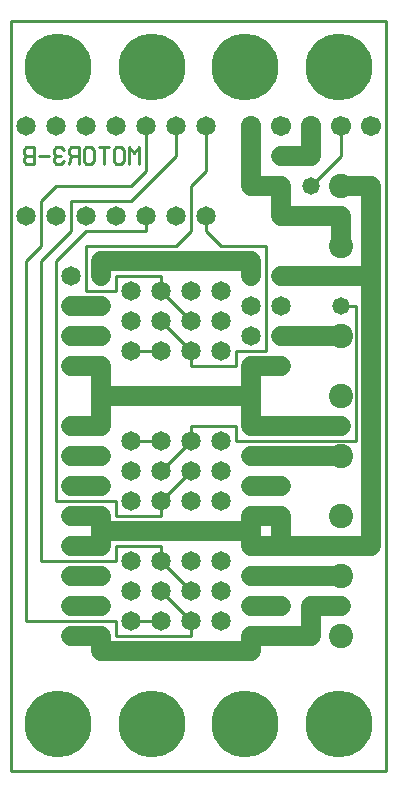
<source format=gbl>
%MOIN*%
%FSLAX25Y25*%
G04 D10 used for Character Trace; *
G04     Circle (OD=.01000) (No hole)*
G04 D11 used for Power Trace; *
G04     Circle (OD=.06700) (No hole)*
G04 D12 used for Signal Trace; *
G04     Circle (OD=.01100) (No hole)*
G04 D13 used for Via; *
G04     Circle (OD=.05800) (Round. Hole ID=.02800)*
G04 D14 used for Component hole; *
G04     Circle (OD=.06500) (Round. Hole ID=.03500)*
G04 D15 used for Component hole; *
G04     Circle (OD=.06700) (Round. Hole ID=.04300)*
G04 D16 used for Component hole; *
G04     Circle (OD=.08100) (Round. Hole ID=.05100)*
G04 D17 used for Component hole; *
G04     Circle (OD=.08900) (Round. Hole ID=.05900)*
G04 D18 used for Component hole; *
G04     Circle (OD=.11300) (Round. Hole ID=.08300)*
G04 D19 used for Component hole; *
G04     Circle (OD=.16000) (Round. Hole ID=.13000)*
G04 D20 used for Component hole; *
G04     Circle (OD=.18300) (Round. Hole ID=.15300)*
G04 D21 used for Component hole; *
G04     Circle (OD=.22291) (Round. Hole ID=.19291)*
%ADD10C,.01000*%
%ADD11C,.06700*%
%ADD12C,.01100*%
%ADD13C,.05800*%
%ADD14C,.06500*%
%ADD15C,.06700*%
%ADD16C,.08100*%
%ADD17C,.08900*%
%ADD18C,.11300*%
%ADD19C,.16000*%
%ADD20C,.18300*%
%ADD21C,.22291*%
%IPPOS*%
%LPD*%
G90*X0Y0D02*D21*X15625Y15625D03*D11*              
X30000Y40000D02*X80000D01*Y45000D01*D14*D03*D11*  
X90000D01*D14*D03*D11*X100000D01*Y55000D01*       
X110000D01*D13*D03*D16*Y65000D03*D11*X90000D01*   
D14*D03*D11*X80000D01*D14*D03*X90000Y55000D03*D11*
X80000D01*D14*D03*X70000Y60000D03*Y50000D03*      
Y70000D03*X60000D03*X90000Y75000D03*D11*X80000D01*
D14*D03*D11*Y80000D01*X30000D01*Y75000D01*D14*D03*
D11*X20000D01*D14*D03*X30000Y65000D03*D11*        
X20000D01*D14*D03*X30000Y55000D03*D11*X20000D01*  
D14*D03*X30000Y45000D03*D11*Y40000D01*D12*        
X35000Y45000D02*X60000D01*Y50000D01*D14*D03*D12*  
X50000Y60000D01*D14*D03*X40000Y70000D03*Y50000D03*
D12*X50000D01*D14*D03*X60000Y60000D03*D12*        
X50000Y70000D01*D14*D03*D12*Y75000D01*X35000D01*  
Y70000D01*X10000D01*Y170000D01*X20000Y180000D01*  
Y190000D01*X40000D01*X55000Y205000D01*Y215000D01* 
D14*D03*X65000D03*D12*Y200000D01*X60000Y195000D01*
Y180000D01*X55000Y175000D01*X25000D01*Y160000D01* 
X35000D01*Y165000D01*X50000D01*Y160000D01*D14*D03*
D12*X60000Y150000D01*D14*D03*X70000Y140000D03*    
Y160000D03*X50000Y140000D03*D12*X40000D01*D14*D03*
X50000Y150000D03*D12*X60000Y140000D01*D14*D03*D12*
Y135000D01*X75000D01*Y140000D01*X85000D01*        
Y175000D01*X70000D01*X65000Y180000D01*Y185000D01* 
D14*D03*X55000D03*D11*X80000Y165000D02*Y170000D01*
D14*Y165000D03*D11*X30000Y170000D02*X80000D01*    
X30000Y165000D02*Y170000D01*D14*Y165000D03*       
X20000Y155000D03*D11*X30000D01*D14*D03*           
X20000Y165000D03*Y145000D03*D11*X30000D01*D14*D03*
X20000Y135000D03*D11*X30000D01*D14*D03*D11*       
Y125000D01*Y115000D01*D14*D03*D11*X20000D01*D14*  
D03*X30000Y105000D03*D11*X20000D01*D14*D03*       
X30000Y95000D03*D11*X20000D01*D14*D03*D12*        
X15000Y90000D02*X35000D01*Y85000D01*X50000D01*    
Y90000D01*D14*D03*D12*X60000Y100000D01*D14*D03*   
X70000Y90000D03*Y110000D03*X50000D03*D12*         
X40000D01*D14*D03*X50000Y100000D03*D12*           
X60000Y110000D01*D14*D03*D12*Y115000D01*X75000D01*
Y110000D01*X115000D01*Y155000D01*X110000D01*D13*  
D03*D11*X120000Y75000D02*Y165000D01*              
X90000Y75000D02*X120000D01*X90000D02*Y85000D01*   
D14*D03*D11*X80000D01*D14*D03*D11*Y80000D01*D14*  
X90000Y95000D03*D11*X80000D01*D14*D03*            
X90000Y105000D03*D11*X80000D01*D14*D03*           
X90000Y115000D03*D11*X80000D01*D14*D03*D11*       
Y125000D01*X30000D01*D14*X40000Y150000D03*        
Y100000D03*X60000Y160000D03*D12*X15000Y90000D02*  
Y170000D01*X25000Y180000D01*X45000D01*Y185000D01* 
D14*D03*X35000D03*D12*X15000Y195000D02*X40000D01* 
X10000Y190000D02*X15000Y195000D01*                
X10000Y175000D02*Y190000D01*X5000Y170000D02*      
X10000Y175000D01*X5000Y50000D02*Y170000D01*       
Y50000D02*X35000D01*Y45000D01*D11*X20000D02*      
X30000D01*D14*X20000D03*X40000Y60000D03*D21*      
X46875Y15625D03*D11*X30000Y80000D02*Y85000D01*D14*
D03*D11*X20000D01*D14*D03*X40000Y90000D03*        
X60000D03*X70000Y100000D03*X80000Y145000D03*D11*  
Y125000D02*Y135000D01*D14*D03*D11*X90000D01*D14*  
D03*Y145000D03*D11*X110000D01*D16*D03*D14*        
X90000Y165000D03*D11*X120000D01*Y195000D01*       
X110000D01*D16*D03*D11*X90000Y205000D02*          
X100000D01*D14*X90000D03*D13*X100000Y195000D03*   
D12*X110000Y205000D01*Y215000D01*D15*D03*D11*     
X100000Y205000D02*Y215000D01*D15*D03*X90000D03*   
D21*X78125Y234375D03*D11*X80000Y195000D02*        
X90000D01*Y185000D01*D14*D03*D11*X110000D01*      
Y175000D01*D16*D03*D14*X90000Y155000D03*D13*      
X80000Y205000D03*D11*Y195000D01*Y205000D02*       
Y215000D01*D15*D03*D21*X109375Y234375D03*         
X46875D03*D14*X45000Y215000D03*D12*Y200000D01*    
X40000Y195000D01*D14*X25000Y185000D03*            
X35000Y215000D03*X25000D03*X15000D03*Y185000D03*  
X5000Y215000D03*D10*X42511Y202129D02*Y207871D01*  
X40837Y205957D01*X39163Y207871D01*Y202129D01*     
X34163Y203086D02*X35000Y202129D01*X36674D01*      
X37511Y203086D01*Y206914D01*X36674Y207871D01*     
X35000D01*X34163Y206914D01*Y203086D01*            
X30837Y202129D02*Y207871D01*X32511D02*X29163D01*  
X24163Y203086D02*X25000Y202129D01*X26674D01*      
X27511Y203086D01*Y206914D01*X26674Y207871D01*     
X25000D01*X24163Y206914D01*Y203086D01*            
X22511Y202129D02*Y207871D01*X20000D01*            
X19163Y206914D01*Y205957D01*X20000Y205000D01*     
X22511D01*X20000D02*X19163Y202129D01*             
X17511Y206914D02*X16674Y207871D01*X15000D01*      
X14163Y206914D01*Y205957D01*X15000Y205000D01*     
X16674D01*X15000D02*X14163Y204043D01*Y203086D01*  
X15000Y202129D01*X16674D01*X17511Y203086D01*      
X12511Y205000D02*X9163D01*X7511Y202129D02*        
Y207871D01*X5000D01*X4163Y206914D01*Y205957D01*   
X5000Y205000D01*X4163Y204043D01*Y203086D01*       
X5000Y202129D01*X7511D01*Y205000D02*X5000D01*D14* 
X40000Y160000D03*X5000Y185000D03*X80000Y155000D03*
D21*X15625Y234375D03*D14*X70000Y150000D03*D12*    
X0Y0D02*Y250000D01*Y0D02*X125000D01*Y250000D01*   
X0D01*D15*X120000Y215000D03*D16*X110000Y125000D03*
D11*X90000Y115000D02*X110000D01*D13*D03*D16*      
Y105000D03*D11*X90000D01*D16*X110000Y85000D03*    
Y45000D03*D21*X78125Y15625D03*X109375D03*M02*     

</source>
